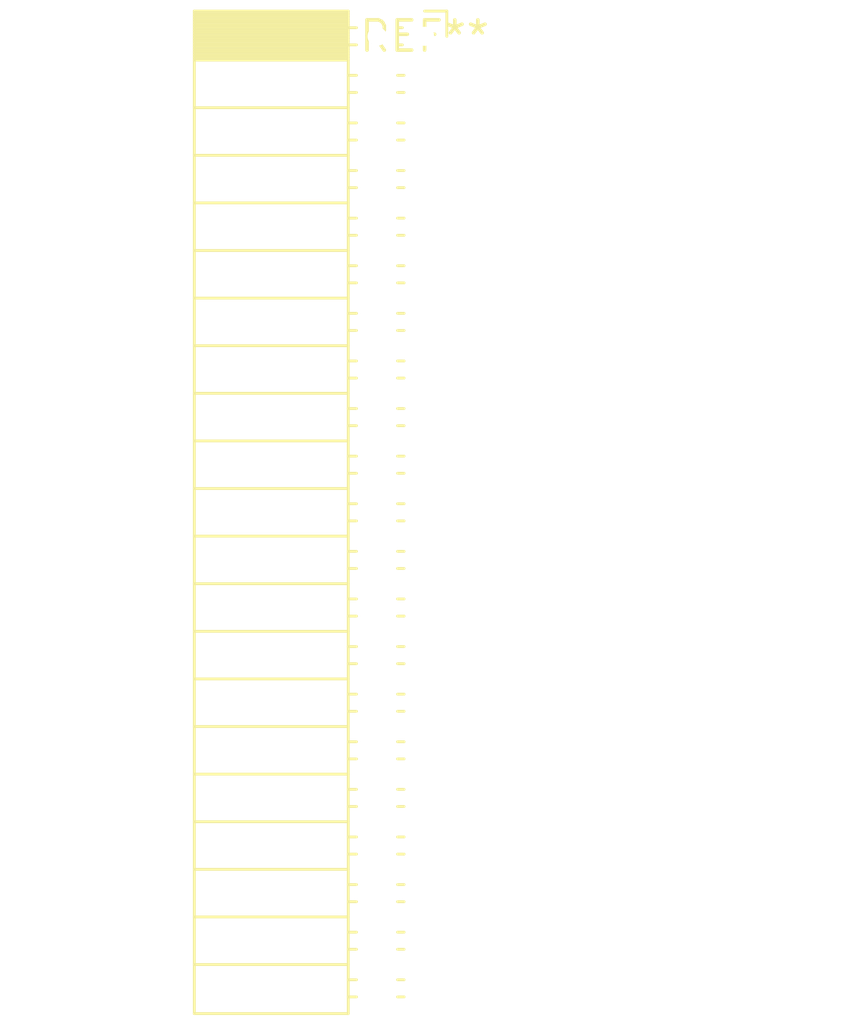
<source format=kicad_pcb>
(kicad_pcb (version 20240108) (generator pcbnew)
  (layers (0 "F.Cu" signal) (31 "B.Cu" signal) (34 "B.Paste" user) (35 "F.Paste" user) (36 "B.SilkS" user "B.Silkscreen") (37 "F.SilkS" user "F.Silkscreen") (38 "B.Mask" user) (39 "F.Mask" user) (44 "Edge.Cuts" user))
  (net 0 "")
  (footprint "PinSocket_2x21_P2.00mm_Horizontal" (layer "F.Cu") (at 0 0)
    (property "Reference" "REF**")
    (property "Value" "PinSocket_2x21_P2.00mm_Horizontal")
    (fp_line (start -9.68 -1.06) (end -9.68 41.06) (layer "F.SilkS") (stroke (width 0.12)))
    (fp_line (start -9.68 -1.06) (end -3.21 -1.06) (layer "F.SilkS") (stroke (width 0.12)))
    (fp_line (start -9.68 -0.94) (end -3.21 -0.94) (layer "F.SilkS") (stroke (width 0.12)))
    (fp_line (start -9.68 -0.825882) (end -3.21 -0.825882) (layer "F.SilkS") (stroke (width 0.12)))
    (fp_line (start -9.68 -0.711764) (end -3.21 -0.711764) (layer "F.SilkS") (stroke (width 0.12)))
    (fp_line (start -9.68 -0.597646) (end -3.21 -0.597646) (layer "F.SilkS") (stroke (width 0.12)))
    (fp_line (start -9.68 -0.483528) (end -3.21 -0.483528) (layer "F.SilkS") (stroke (width 0.12)))
    (fp_line (start -9.68 -0.36941) (end -3.21 -0.36941) (layer "F.SilkS") (stroke (width 0.12)))
    (fp_line (start -9.68 -0.255292) (end -3.21 -0.255292) (layer "F.SilkS") (stroke (width 0.12)))
    (fp_line (start -9.68 -0.141174) (end -3.21 -0.141174) (layer "F.SilkS") (stroke (width 0.12)))
    (fp_line (start -9.68 -0.027056) (end -3.21 -0.027056) (layer "F.SilkS") (stroke (width 0.12)))
    (fp_line (start -9.68 0.087062) (end -3.21 0.087062) (layer "F.SilkS") (stroke (width 0.12)))
    (fp_line (start -9.68 0.20118) (end -3.21 0.20118) (layer "F.SilkS") (stroke (width 0.12)))
    (fp_line (start -9.68 0.315298) (end -3.21 0.315298) (layer "F.SilkS") (stroke (width 0.12)))
    (fp_line (start -9.68 0.429416) (end -3.21 0.429416) (layer "F.SilkS") (stroke (width 0.12)))
    (fp_line (start -9.68 0.543534) (end -3.21 0.543534) (layer "F.SilkS") (stroke (width 0.12)))
    (fp_line (start -9.68 0.657652) (end -3.21 0.657652) (layer "F.SilkS") (stroke (width 0.12)))
    (fp_line (start -9.68 0.77177) (end -3.21 0.77177) (layer "F.SilkS") (stroke (width 0.12)))
    (fp_line (start -9.68 0.885888) (end -3.21 0.885888) (layer "F.SilkS") (stroke (width 0.12)))
    (fp_line (start -9.68 1) (end -3.21 1) (layer "F.SilkS") (stroke (width 0.12)))
    (fp_line (start -9.68 3) (end -3.21 3) (layer "F.SilkS") (stroke (width 0.12)))
    (fp_line (start -9.68 5) (end -3.21 5) (layer "F.SilkS") (stroke (width 0.12)))
    (fp_line (start -9.68 7) (end -3.21 7) (layer "F.SilkS") (stroke (width 0.12)))
    (fp_line (start -9.68 9) (end -3.21 9) (layer "F.SilkS") (stroke (width 0.12)))
    (fp_line (start -9.68 11) (end -3.21 11) (layer "F.SilkS") (stroke (width 0.12)))
    (fp_line (start -9.68 13) (end -3.21 13) (layer "F.SilkS") (stroke (width 0.12)))
    (fp_line (start -9.68 15) (end -3.21 15) (layer "F.SilkS") (stroke (width 0.12)))
    (fp_line (start -9.68 17) (end -3.21 17) (layer "F.SilkS") (stroke (width 0.12)))
    (fp_line (start -9.68 19) (end -3.21 19) (layer "F.SilkS") (stroke (width 0.12)))
    (fp_line (start -9.68 21) (end -3.21 21) (layer "F.SilkS") (stroke (width 0.12)))
    (fp_line (start -9.68 23) (end -3.21 23) (layer "F.SilkS") (stroke (width 0.12)))
    (fp_line (start -9.68 25) (end -3.21 25) (layer "F.SilkS") (stroke (width 0.12)))
    (fp_line (start -9.68 27) (end -3.21 27) (layer "F.SilkS") (stroke (width 0.12)))
    (fp_line (start -9.68 29) (end -3.21 29) (layer "F.SilkS") (stroke (width 0.12)))
    (fp_line (start -9.68 31) (end -3.21 31) (layer "F.SilkS") (stroke (width 0.12)))
    (fp_line (start -9.68 33) (end -3.21 33) (layer "F.SilkS") (stroke (width 0.12)))
    (fp_line (start -9.68 35) (end -3.21 35) (layer "F.SilkS") (stroke (width 0.12)))
    (fp_line (start -9.68 37) (end -3.21 37) (layer "F.SilkS") (stroke (width 0.12)))
    (fp_line (start -9.68 39) (end -3.21 39) (layer "F.SilkS") (stroke (width 0.12)))
    (fp_line (start -9.68 41.06) (end -3.21 41.06) (layer "F.SilkS") (stroke (width 0.12)))
    (fp_line (start -3.21 -1.06) (end -3.21 41.06) (layer "F.SilkS") (stroke (width 0.12)))
    (fp_line (start -3.21 -0.36) (end -2.862917 -0.36) (layer "F.SilkS") (stroke (width 0.12)))
    (fp_line (start -3.21 0.36) (end -2.862917 0.36) (layer "F.SilkS") (stroke (width 0.12)))
    (fp_line (start -3.21 1.64) (end -2.862917 1.64) (layer "F.SilkS") (stroke (width 0.12)))
    (fp_line (start -3.21 2.36) (end -2.862917 2.36) (layer "F.SilkS") (stroke (width 0.12)))
    (fp_line (start -3.21 3.64) (end -2.862917 3.64) (layer "F.SilkS") (stroke (width 0.12)))
    (fp_line (start -3.21 4.36) (end -2.862917 4.36) (layer "F.SilkS") (stroke (width 0.12)))
    (fp_line (start -3.21 5.64) (end -2.862917 5.64) (layer "F.SilkS") (stroke (width 0.12)))
    (fp_line (start -3.21 6.36) (end -2.862917 6.36) (layer "F.SilkS") (stroke (width 0.12)))
    (fp_line (start -3.21 7.64) (end -2.862917 7.64) (layer "F.SilkS") (stroke (width 0.12)))
    (fp_line (start -3.21 8.36) (end -2.862917 8.36) (layer "F.SilkS") (stroke (width 0.12)))
    (fp_line (start -3.21 9.64) (end -2.862917 9.64) (layer "F.SilkS") (stroke (width 0.12)))
    (fp_line (start -3.21 10.36) (end -2.862917 10.36) (layer "F.SilkS") (stroke (width 0.12)))
    (fp_line (start -3.21 11.64) (end -2.862917 11.64) (layer "F.SilkS") (stroke (width 0.12)))
    (fp_line (start -3.21 12.36) (end -2.862917 12.36) (layer "F.SilkS") (stroke (width 0.12)))
    (fp_line (start -3.21 13.64) (end -2.862917 13.64) (layer "F.SilkS") (stroke (width 0.12)))
    (fp_line (start -3.21 14.36) (end -2.862917 14.36) (layer "F.SilkS") (stroke (width 0.12)))
    (fp_line (start -3.21 15.64) (end -2.862917 15.64) (layer "F.SilkS") (stroke (width 0.12)))
    (fp_line (start -3.21 16.36) (end -2.862917 16.36) (layer "F.SilkS") (stroke (width 0.12)))
    (fp_line (start -3.21 17.64) (end -2.862917 17.64) (layer "F.SilkS") (stroke (width 0.12)))
    (fp_line (start -3.21 18.36) (end -2.862917 18.36) (layer "F.SilkS") (stroke (width 0.12)))
    (fp_line (start -3.21 19.64) (end -2.862917 19.64) (layer "F.SilkS") (stroke (width 0.12)))
    (fp_line (start -3.21 20.36) (end -2.862917 20.36) (layer "F.SilkS") (stroke (width 0.12)))
    (fp_line (start -3.21 21.64) (end -2.862917 21.64) (layer "F.SilkS") (stroke (width 0.12)))
    (fp_line (start -3.21 22.36) (end -2.862917 22.36) (layer "F.SilkS") (stroke (width 0.12)))
    (fp_line (start -3.21 23.64) (end -2.862917 23.64) (layer "F.SilkS") (stroke (width 0.12)))
    (fp_line (start -3.21 24.36) (end -2.862917 24.36) (layer "F.SilkS") (stroke (width 0.12)))
    (fp_line (start -3.21 25.64) (end -2.862917 25.64) (layer "F.SilkS") (stroke (width 0.12)))
    (fp_line (start -3.21 26.36) (end -2.862917 26.36) (layer "F.SilkS") (stroke (width 0.12)))
    (fp_line (start -3.21 27.64) (end -2.862917 27.64) (layer "F.SilkS") (stroke (width 0.12)))
    (fp_line (start -3.21 28.36) (end -2.862917 28.36) (layer "F.SilkS") (stroke (width 0.12)))
    (fp_line (start -3.21 29.64) (end -2.862917 29.64) (layer "F.SilkS") (stroke (width 0.12)))
    (fp_line (start -3.21 30.36) (end -2.862917 30.36) (layer "F.SilkS") (stroke (width 0.12)))
    (fp_line (start -3.21 31.64) (end -2.862917 31.64) (layer "F.SilkS") (stroke (width 0.12)))
    (fp_line (start -3.21 32.36) (end -2.862917 32.36) (layer "F.SilkS") (stroke (width 0.12)))
    (fp_line (start -3.21 33.64) (end -2.862917 33.64) (layer "F.SilkS") (stroke (width 0.12)))
    (fp_line (start -3.21 34.36) (end -2.862917 34.36) (layer "F.SilkS") (stroke (width 0.12)))
    (fp_line (start -3.21 35.64) (end -2.862917 35.64) (layer "F.SilkS") (stroke (width 0.12)))
    (fp_line (start -3.21 36.36) (end -2.862917 36.36) (layer "F.SilkS") (stroke (width 0.12)))
    (fp_line (start -3.21 37.64) (end -2.862917 37.64) (layer "F.SilkS") (stroke (width 0.12)))
    (fp_line (start -3.21 38.36) (end -2.862917 38.36) (layer "F.SilkS") (stroke (width 0.12)))
    (fp_line (start -3.21 39.64) (end -2.862917 39.64) (layer "F.SilkS") (stroke (width 0.12)))
    (fp_line (start -3.21 40.36) (end -2.862917 40.36) (layer "F.SilkS") (stroke (width 0.12)))
    (fp_line (start -1.137083 -0.36) (end -0.935 -0.36) (layer "F.SilkS") (stroke (width 0.12)))
    (fp_line (start -1.137083 0.36) (end -0.935 0.36) (layer "F.SilkS") (stroke (width 0.12)))
    (fp_line (start -1.137083 1.64) (end -0.862917 1.64) (layer "F.SilkS") (stroke (width 0.12)))
    (fp_line (start -1.137083 2.36) (end -0.862917 2.36) (layer "F.SilkS") (stroke (width 0.12)))
    (fp_line (start -1.137083 3.64) (end -0.862917 3.64) (layer "F.SilkS") (stroke (width 0.12)))
    (fp_line (start -1.137083 4.36) (end -0.862917 4.36) (layer "F.SilkS") (stroke (width 0.12)))
    (fp_line (start -1.137083 5.64) (end -0.862917 5.64) (layer "F.SilkS") (stroke (width 0.12)))
    (fp_line (start -1.137083 6.36) (end -0.862917 6.36) (layer "F.SilkS") (stroke (width 0.12)))
    (fp_line (start -1.137083 7.64) (end -0.862917 7.64) (layer "F.SilkS") (stroke (width 0.12)))
    (fp_line (start -1.137083 8.36) (end -0.862917 8.36) (layer "F.SilkS") (stroke (width 0.12)))
    (fp_line (start -1.137083 9.64) (end -0.862917 9.64) (layer "F.SilkS") (stroke (width 0.12)))
    (fp_line (start -1.137083 10.36) (end -0.862917 10.36) (layer "F.SilkS") (stroke (width 0.12)))
    (fp_line (start -1.137083 11.64) (end -0.862917 11.64) (layer "F.SilkS") (stroke (width 0.12)))
    (fp_line (start -1.137083 12.36) (end -0.862917 12.36) (layer "F.SilkS") (stroke (width 0.12)))
    (fp_line (start -1.137083 13.64) (end -0.862917 13.64) (layer "F.SilkS") (stroke (width 0.12)))
    (fp_line (start -1.137083 14.36) (end -0.862917 14.36) (layer "F.SilkS") (stroke (width 0.12)))
    (fp_line (start -1.137083 15.64) (end -0.862917 15.64) (layer "F.SilkS") (stroke (width 0.12)))
    (fp_line (start -1.137083 16.36) (end -0.862917 16.36) (layer "F.SilkS") (stroke (width 0.12)))
    (fp_line (start -1.137083 17.64) (end -0.862917 17.64) (layer "F.SilkS") (stroke (width 0.12)))
    (fp_line (start -1.137083 18.36) (end -0.862917 18.36) (layer "F.SilkS") (stroke (width 0.12)))
    (fp_line (start -1.137083 19.64) (end -0.862917 19.64) (layer "F.SilkS") (stroke (width 0.12)))
    (fp_line (start -1.137083 20.36) (end -0.862917 20.36) (layer "F.SilkS") (stroke (width 0.12)))
    (fp_line (start -1.137083 21.64) (end -0.862917 21.64) (layer "F.SilkS") (stroke (width 0.12)))
    (fp_line (start -1.137083 22.36) (end -0.862917 22.36) (layer "F.SilkS") (stroke (width 0.12)))
    (fp_line (start -1.137083 23.64) (end -0.862917 23.64) (layer "F.SilkS") (stroke (width 0.12)))
    (fp_line (start -1.137083 24.36) (end -0.862917 24.36) (layer "F.SilkS") (stroke (width 0.12)))
    (fp_line (start -1.137083 25.64) (end -0.862917 25.64) (layer "F.SilkS") (stroke (width 0.12)))
    (fp_line (start -1.137083 26.36) (end -0.862917 26.36) (layer "F.SilkS") (stroke (width 0.12)))
    (fp_line (start -1.137083 27.64) (end -0.862917 27.64) (layer "F.SilkS") (stroke (width 0.12)))
    (fp_line (start -1.137083 28.36) (end -0.862917 28.36) (layer "F.SilkS") (stroke (width 0.12)))
    (fp_line (start -1.137083 29.64) (end -0.862917 29.64) (layer "F.SilkS") (stroke (width 0.12)))
    (fp_line (start -1.137083 30.36) (end -0.862917 30.36) (layer "F.SilkS") (stroke (width 0.12)))
    (fp_line (start -1.137083 31.64) (end -0.862917 31.64) (layer "F.SilkS") (stroke (width 0.12)))
    (fp_line (start -1.137083 32.36) (end -0.862917 32.36) (layer "F.SilkS") (stroke (width 0.12)))
    (fp_line (start -1.137083 33.64) (end -0.862917 33.64) (layer "F.SilkS") (stroke (width 0.12)))
    (fp_line (start -1.137083 34.36) (end -0.862917 34.36) (layer "F.SilkS") (stroke (width 0.12)))
    (fp_line (start -1.137083 35.64) (end -0.862917 35.64) (layer "F.SilkS") (stroke (width 0.12)))
    (fp_line (start -1.137083 36.36) (end -0.862917 36.36) (layer "F.SilkS") (stroke (width 0.12)))
    (fp_line (start -1.137083 37.64) (end -0.862917 37.64) (layer "F.SilkS") (stroke (width 0.12)))
    (fp_line (start -1.137083 38.36) (end -0.862917 38.36) (layer "F.SilkS") (stroke (width 0.12)))
    (fp_line (start -1.137083 39.64) (end -0.862917 39.64) (layer "F.SilkS") (stroke (width 0.12)))
    (fp_line (start -1.137083 40.36) (end -0.862917 40.36) (layer "F.SilkS") (stroke (width 0.12)))
    (fp_line (start 0 -1.06) (end 0.935 -1.06) (layer "F.SilkS") (stroke (width 0.12)))
    (fp_line (start 0.935 -1.06) (end 0.935 0) (layer "F.SilkS") (stroke (width 0.12)))
    (pad "1" thru_hole rect (at 0 0) (size 1.35 1.35) (drill 0.8) (layers *.Cu *.Mask) (remove_unused_layers))
    (pad "2" thru_hole oval (at -2 0) (size 1.35 1.35) (drill 0.8) (layers *.Cu *.Mask) (remove_unused_layers))
    (pad "3" thru_hole oval (at 0 2) (size 1.35 1.35) (drill 0.8) (layers *.Cu *.Mask) (remove_unused_layers))
    (pad "4" thru_hole oval (at -2 2) (size 1.35 1.35) (drill 0.8) (layers *.Cu *.Mask) (remove_unused_layers))
    (pad "5" thru_hole oval (at 0 4) (size 1.35 1.35) (drill 0.8) (layers *.Cu *.Mask) (remove_unused_layers))
    (pad "6" thru_hole oval (at -2 4) (size 1.35 1.35) (drill 0.8) (layers *.Cu *.Mask) (remove_unused_layers))
    (pad "7" thru_hole oval (at 0 6) (size 1.35 1.35) (drill 0.8) (layers *.Cu *.Mask) (remove_unused_layers))
    (pad "8" thru_hole oval (at -2 6) (size 1.35 1.35) (drill 0.8) (layers *.Cu *.Mask) (remove_unused_layers))
    (pad "9" thru_hole oval (at 0 8) (size 1.35 1.35) (drill 0.8) (layers *.Cu *.Mask) (remove_unused_layers))
    (pad "10" thru_hole oval (at -2 8) (size 1.35 1.35) (drill 0.8) (layers *.Cu *.Mask) (remove_unused_layers))
    (pad "11" thru_hole oval (at 0 10) (size 1.35 1.35) (drill 0.8) (layers *.Cu *.Mask) (remove_unused_layers))
    (pad "12" thru_hole oval (at -2 10) (size 1.35 1.35) (drill 0.8) (layers *.Cu *.Mask) (remove_unused_layers))
    (pad "13" thru_hole oval (at 0 12) (size 1.35 1.35) (drill 0.8) (layers *.Cu *.Mask) (remove_unused_layers))
    (pad "14" thru_hole oval (at -2 12) (size 1.35 1.35) (drill 0.8) (layers *.Cu *.Mask) (remove_unused_layers))
    (pad "15" thru_hole oval (at 0 14) (size 1.35 1.35) (drill 0.8) (layers *.Cu *.Mask) (remove_unused_layers))
    (pad "16" thru_hole oval (at -2 14) (size 1.35 1.35) (drill 0.8) (layers *.Cu *.Mask) (remove_unused_layers))
    (pad "17" thru_hole oval (at 0 16) (size 1.35 1.35) (drill 0.8) (layers *.Cu *.Mask) (remove_unused_layers))
    (pad "18" thru_hole oval (at -2 16) (size 1.35 1.35) (drill 0.8) (layers *.Cu *.Mask) (remove_unused_layers))
    (pad "19" thru_hole oval (at 0 18) (size 1.35 1.35) (drill 0.8) (layers *.Cu *.Mask) (remove_unused_layers))
    (pad "20" thru_hole oval (at -2 18) (size 1.35 1.35) (drill 0.8) (layers *.Cu *.Mask) (remove_unused_layers))
    (pad "21" thru_hole oval (at 0 20) (size 1.35 1.35) (drill 0.8) (layers *.Cu *.Mask) (remove_unused_layers))
    (pad "22" thru_hole oval (at -2 20) (size 1.35 1.35) (drill 0.8) (layers *.Cu *.Mask) (remove_unused_layers))
    (pad "23" thru_hole oval (at 0 22) (size 1.35 1.35) (drill 0.8) (layers *.Cu *.Mask) (remove_unused_layers))
    (pad "24" thru_hole oval (at -2 22) (size 1.35 1.35) (drill 0.8) (layers *.Cu *.Mask) (remove_unused_layers))
    (pad "25" thru_hole oval (at 0 24) (size 1.35 1.35) (drill 0.8) (layers *.Cu *.Mask) (remove_unused_layers))
    (pad "26" thru_hole oval (at -2 24) (size 1.35 1.35) (drill 0.8) (layers *.Cu *.Mask) (remove_unused_layers))
    (pad "27" thru_hole oval (at 0 26) (size 1.35 1.35) (drill 0.8) (layers *.Cu *.Mask) (remove_unused_layers))
    (pad "28" thru_hole oval (at -2 26) (size 1.35 1.35) (drill 0.8) (layers *.Cu *.Mask) (remove_unused_layers))
    (pad "29" thru_hole oval (at 0 28) (size 1.35 1.35) (drill 0.8) (layers *.Cu *.Mask) (remove_unused_layers))
    (pad "30" thru_hole oval (at -2 28) (size 1.35 1.35) (drill 0.8) (layers *.Cu *.Mask) (remove_unused_layers))
    (pad "31" thru_hole oval (at 0 30) (size 1.35 1.35) (drill 0.8) (layers *.Cu *.Mask) (remove_unused_layers))
    (pad "32" thru_hole oval (at -2 30) (size 1.35 1.35) (drill 0.8) (layers *.Cu *.Mask) (remove_unused_layers))
    (pad "33" thru_hole oval (at 0 32) (size 1.35 1.35) (drill 0.8) (layers *.Cu *.Mask) (remove_unused_layers))
    (pad "34" thru_hole oval (at -2 32) (size 1.35 1.35) (drill 0.8) (layers *.Cu *.Mask) (remove_unused_layers))
    (pad "35" thru_hole oval (at 0 34) (size 1.35 1.35) (drill 0.8) (layers *.Cu *.Mask) (remove_unused_layers))
    (pad "36" thru_hole oval (at -2 34) (size 1.35 1.35) (drill 0.8) (layers *.Cu *.Mask) (remove_unused_layers))
    (pad "37" thru_hole oval (at 0 36) (size 1.35 1.35) (drill 0.8) (layers *.Cu *.Mask) (remove_unused_layers))
    (pad "38" thru_hole oval (at -2 36) (size 1.35 1.35) (drill 0.8) (layers *.Cu *.Mask) (remove_unused_layers))
    (pad "39" thru_hole oval (at 0 38) (size 1.35 1.35) (drill 0.8) (layers *.Cu *.Mask) (remove_unused_layers))
    (pad "40" thru_hole oval (at -2 38) (size 1.35 1.35) (drill 0.8) (layers *.Cu *.Mask) (remove_unused_layers))
    (pad "41" thru_hole oval (at 0 40) (size 1.35 1.35) (drill 0.8) (layers *.Cu *.Mask) (remove_unused_layers))
    (pad "42" thru_hole oval (at -2 40) (size 1.35 1.35) (drill 0.8) (layers *.Cu *.Mask) (remove_unused_layers))
  )
)
</source>
